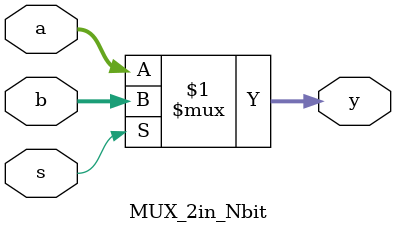
<source format=v>

module MUX_2in_Nbit #(parameter N = 5) (a,b,s,y);   

input [N-1:0]a;
input [N-1:0]b;

input wire s;

output [N-1:0]y;   // Y = (s_bar AND a ) OR (s AND b ) = Y_r OR Y_l



assign y = s?b:a;  



endmodule
</source>
